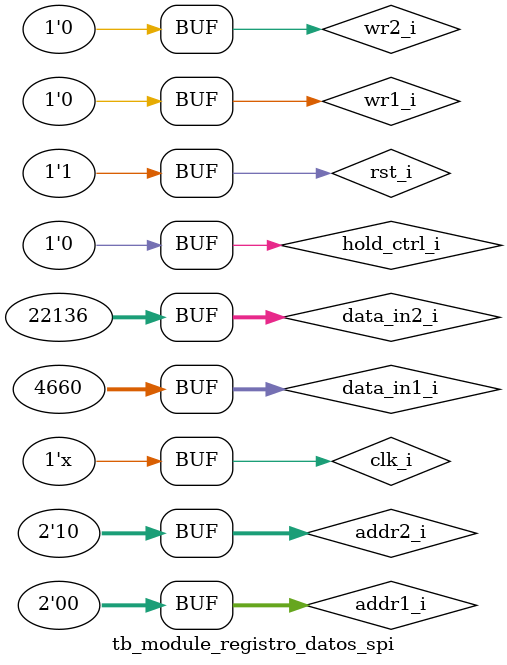
<source format=sv>
`timescale 1ns / 1ps

module tb_module_registro_datos_spi;

    // Parámetros
    localparam N = 2;
    localparam DATA_WIDTH = 32;

    // Señales del testbench
    logic clk_i;
    logic rst_i;
    logic wr1_i;
    logic wr2_i;
    logic hold_ctrl_i;
    logic [N-1:0] addr1_i;
    logic [N-1:0] addr2_i;
    logic [DATA_WIDTH-1:0] data_in1_i;
    logic [DATA_WIDTH-1:0] data_in2_i;
    logic [DATA_WIDTH-1:0] data1_o;
    logic [DATA_WIDTH-1:0] data2_o;

    // Instancia del módulo
    module_registro_datos_spi DUT (
        .clk_i(clk_i),
        .rst_i(rst_i),
        .wr1_i(wr1_i),
        .wr2_i(wr2_i),
        .hold_ctrl_i(hold_ctrl_i),
        .addr_1_i(addr1_i),
        .addr_2_i(addr2_i),
        .data_in1_i(data_in1_i),
        .data_in2_i(data_in2_i),
        .data1_o(data1_o),
        .data2_o(data2_o)
    );

    initial   clk_i = 0;
    always #5 clk_i = ~clk_i;
  
    initial begin
    rst_i       = 0;
    wr1_i       = 0;
    wr2_i       = 0;
    hold_ctrl_i = 0;
    addr1_i     = 'b00;
    addr2_i     = 'b00;
    data_in1_i  = 'h00;
    data_in2_i  = 'h00;
    



    #5 
    rst_i = 1;
    
    //
    #5
    data_in1_i = 'h25;
    wr1_i      = 1;
    
    #100
    data_in1_i = 'h00;
    wr1_i      = 0;
    
    #100
    wr2_i      = 1;
    data_in2_i = 'h12;
    addr2_i    = 'b01;
    
    #100
    wr2_i      = 0;
    data_in2_i = 'h00;
    addr2_i    = 'b00;
    addr1_i    = 'b01;
    
    #100
    addr1_i     = 'b00;
    hold_ctrl_i = 1;
    wr1_i       = 1;
    data_in1_i  = 'h1234;
    
    #100
    hold_ctrl_i = 0;
    wr1_i       = 1;
    data_in1_i  = 'h1234;
    
    #100
    addr2_i     = 'b10;
    wr1_i       = 0;
    hold_ctrl_i = 1;
    wr2_i       = 1;
    data_in2_i  = 'h5678;
    
    #100
    hold_ctrl_i = 0;
    wr2_i       = 1;
    data_in2_i  = 'h5678;
   
    #100
    wr2_i      = 0;
    end

endmodule

</source>
